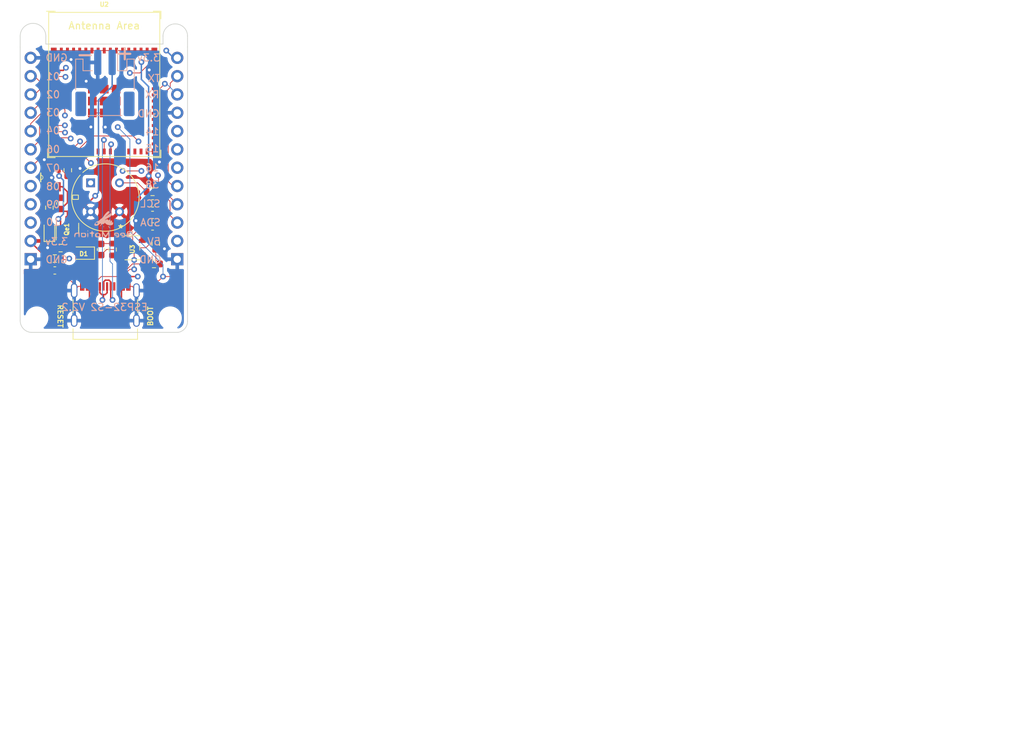
<source format=kicad_pcb>
(kicad_pcb (version 20211014) (generator pcbnew)
  (layers (0 "F.Cu" signal) (1 "In1.Cu" signal) (2 "In2.Cu" signal) (31 "B.Cu" signal) (34 "B.Paste" user) (35 "F.Paste" user) (36 "B.SilkS" user "B.Silkscreen") (37 "F.SilkS" user "F.Silkscreen") (38 "B.Mask" user) (39 "F.Mask" user) (44 "Edge.Cuts" user))
  (net 0 "")
  (net 1 "GND")
  (net 2 "VBUS")
  (net 3 "/D-")
  (net 4 "/D+")
  (net 5 "/BOOT")
  (net 6 "/RESET")
  (net 7 "3.3V")
  (net 8 "/EN")
  (net 9 "/TX")
  (net 10 "/RX")
  (net 11 "/IO1")
  (net 13 "/IO2")
  (net 14 "/SDA")
  (net 15 "/SCL")
  (net 17 "/IO34_DBLTAP")
  (net 18 "/GPIO5")
  (net 23 "Net-(R3-Pad2)")
  (net 33 "VBAT")
  (net 34 "Net-(D2-Pad2)")
  (net 35 "Net-(R5-Pad2)")
  (net 36 "Net-(R6-Pad1)")
  (net 37 "/IO12")
  (net 38 "/IO11")
  (net 39 "/IO10")
  (net 40 "/GPIO9")
  (net 41 "/GPIO8")
  (net 42 "/GPIO7")
  (net 43 "/GPIO6")
  (net 44 "/IO33")
  (net 45 "/IO35")
  (net 46 "/IO4")
  (net 47 "/IO3")
  (net 48 "/IO38")
  (net 49 "/IO16")
  (net 50 "/IO15")
  (net 51 "/IO14")
  (net 52 "/IO13")
  (net 53 "Net-(J2-PadA5)")
  (net 54 "Net-(J2-PadB5)")
  (net 55 "/VIN")
  (footprint "MountingHole:MountingHole_2.2mm_M2" (layer "F.Cu") (at 155.05 94.6)
    (fp_text reference "REF**" hide)
    (fp_text value "MountingHole_2.2mm_M2" hide)
  )
  (footprint "Capacitor_SMD:C_0603_1608Metric" (layer "F.Cu") (at 151.85 119.3 180)
    (fp_text reference "C5" hide)
    (fp_text value "10µF")
  )
  (footprint "Resistor_SMD:R_0603_1608Metric" (layer "F.Cu") (at 139.1 123.9)
    (fp_text reference "R2" hide)
    (fp_text value "100K")
  )
  (footprint "User:TSA343G0 BTN" (layer "F.Cu") (at 150.375 120.85 180)
    (fp_text reference "SW2" hide)
    (fp_text value "TSA343g00-250DZ" hide)
  )
  (footprint "Capacitor_SMD:C_0603_1608Metric" (layer "F.Cu") (at 144.7 124.1 -90)
    (fp_text reference "C3" hide)
    (fp_text value "10µF")
  )
  (footprint "Resistor_SMD:R_0603_1608Metric" (layer "F.Cu") (at 138.3 125.35 180)
    (fp_text reference "R1" hide)
    (fp_text value "5.1K")
  )
  (footprint "Capacitor_SMD:C_0603_1608Metric" (layer "F.Cu") (at 139.05 117.7 90)
    (fp_text reference "C6" hide)
    (fp_text value "10µF" hide)
  )
  (footprint "Connector_PinHeader_2.54mm:PinHeader_1x12_P2.54mm_Vertical" (layer "F.Cu") (at 155.275 125.45 180)
    (fp_text reference "J3" hide)
    (fp_text value "Conn_01x04_Female" hide)
  )
  (footprint "0_user:RT9080-33GJ5" (layer "F.Cu") (at 149.05 123.85)
    (fp_text reference "U3")
    (fp_text value "RT9080-33GJ5" hide)
  )
  (footprint "Resistor_SMD:R_0603_1608Metric" (layer "F.Cu") (at 140.1 113.1 90)
    (fp_text reference "R6" hide)
    (fp_text value "5.1K")
  )
  (footprint "Connector_USB:USB_C_Receptacle_Palconn_UTC16-G" (layer "F.Cu") (at 145.3 131.725)
    (fp_text reference "J2" hide)
    (fp_text value "USB_C_Receptacle_USB2.0" hide)
  )
  (footprint "Capacitor_SMD:C_0603_1608Metric" (layer "F.Cu") (at 151.85 117.7 180)
    (fp_text reference "C4" hide)
    (fp_text value "10µF")
  )
  (footprint "Diode_SMD:D_SOD-323" (layer "F.Cu") (at 142.3 124.6 180)
    (fp_text reference "D1")
    (fp_text value "SK54A-LTP")
  )
  (footprint "MountingHole:MountingHole_2.2mm_M2" (layer "F.Cu") (at 154.3 133.6)
    (fp_text reference "REF**" hide)
    (fp_text value "MountingHole_2.2mm_M2" hide)
  )
  (footprint "Resistor_SMD:R_0603_1608Metric" (layer "F.Cu") (at 137.55 118.3 90)
    (fp_text reference "R5" hide)
    (fp_text value "5.1K")
  )
  (footprint "User:TSA343G0 BTN" (layer "F.Cu") (at 133.875 120.925 180)
    (fp_text reference "SW1" hide)
    (fp_text value "TSA343g00-250DZ" hide)
  )
  (footprint "Resistor_SMD:R_0603_1608Metric" (layer "F.Cu") (at 151.85 116.1 180)
    (fp_text reference "R3" hide)
    (fp_text value "10k")
  )
  (footprint "User:4666" (layer "F.Cu") (at 142.7665 114.35)
    (fp_text reference "U1" hide)
    (fp_text value "BS412" hide)
  )
  (footprint "Resistor_SMD:R_0603_1608Metric" (layer "F.Cu") (at 146.3 124.1 90)
    (fp_text reference "R4" hide)
    (fp_text value "100K" hide)
  )
  (footprint "Resistor_SMD:R_0603_1608Metric" (layer "F.Cu") (at 152.05 126.1)
    (fp_text reference "R8" hide)
    (fp_text value "5.1K")
  )
  (footprint "Espressif:ESP32-S2-MINI-1" (layer "F.Cu") (at 145.15 103.5)
    (fp_text reference "U2")
    (fp_text value "ESP32-S2-MINI-1")
  )
  (footprint "Resistor_SMD:R_0603_1608Metric" (layer "F.Cu") (at 152.3 123.3 -90)
    (fp_text reference "R7" hide)
    (fp_text value "5.1K")
  )
  (footprint "MountingHole:MountingHole_2.2mm_M2" (layer "F.Cu") (at 135.3 94.6)
    (fp_text reference "REF**" hide)
    (fp_text value "MountingHole_2.2mm_M2" hide)
  )
  (footprint "MountingHole:MountingHole_2.2mm_M2" (layer "F.Cu") (at 135.8 133.6)
    (fp_text reference "REF**" hide)
    (fp_text value "MountingHole_2.2mm_M2" hide)
  )
  (footprint "Capacitor_SMD:C_0603_1608Metric" (layer "F.Cu") (at 138.3 127)
    (fp_text reference "C2" hide)
    (fp_text value "1µF")
  )
  (footprint "0_user:mcp7831t" (layer "F.Cu") (at 137.9 114.1 90)
    (fp_text reference "U5" hide)
    (fp_text value "MCP73831T-2ACI/OT" hide)
  )
  (footprint "Connector_PinHeader_2.54mm:PinHeader_1x12_P2.54mm_Vertical" (layer "F.Cu") (at 134.95 125.45 180)
    (fp_text reference "J1" hide)
    (fp_text value "Conn_01x04_Female" hide)
  )
  (footprint "Package_TO_SOT_SMD:SOT-23" (layer "F.Cu") (at 140.05 121.1 90)
    (fp_text reference "Qe1")
    (fp_text value "DMP2045UQ-7")
  )
  (footprint "LED_SMD:LED_0603_1608Metric" (layer "F.Cu") (at 137.55 121.5 90)
    (fp_text reference "D2" hide)
    (fp_text value "0603_LED")
  )
  (footprint "Capacitor_SMD:C_0603_1608Metric" (layer "F.Cu") (at 151.85 120.9 180)
    (fp_text reference "C7" hide)
    (fp_text value "10µF")
  )
  (footprint "Graphics:Bee Motion" (layer "B.Cu") (at 145.050001 121.446904 180)
    (fp_text reference "G***" hide)
    (fp_text value "LOGO" hide)
  )
  (footprint "Connector_JST:JST_PH_S2B-PH-SM4-TB_1x02-1MP_P2.00mm_Horizontal" (layer "B.Cu") (at 145.25 101 180)
    (fp_text reference "X1" hide)
    (fp_text value "JSTPH" hide)
  )
  (gr_line (start 133.5 96) (end 133.5 133.918312) (layer "Edge.Cuts") (width 0.1))
  (gr_arc (start 133.5 94.5) (mid 135.275 92.725) (end 137.05 94.5) (layer "Edge.Cuts") (width 0.1))
  (gr_line (start 135.05 135.6) (end 155.3 135.6) (layer "Edge.Cuts") (width 0.1))
  (gr_arc (start 156.7 134.077472) (mid 156.293126 135.108273) (end 155.3 135.6) (layer "Edge.Cuts") (width 0.1))
  (gr_line (start 133.5 96) (end 133.5 94.5) (layer "Edge.Cuts") (width 0.1))
  (gr_line (start 156.7 134.077472) (end 156.7 96) (layer "Edge.Cuts") (width 0.1))
  (gr_arc (start 135.05 135.6) (mid 133.932587 135.074756) (end 133.5 133.918312) (layer "Edge.Cuts") (width 0.1))
  (gr_line (start 153.3 95.6) (end 153.3 94.5) (layer "Edge.Cuts") (width 0.1))
  (gr_line (start 153.3 95.6) (end 137.05 95.6) (layer "Edge.Cuts") (width 0.1))
  (gr_line (start 137.05 94.5) (end 137.05 95.6) (layer "Edge.Cuts") (width 0.1))
  (gr_line (start 156.7 94.5) (end 156.7 96) (layer "Edge.Cuts") (width 0.1))
  (gr_arc (start 153.3 94.5) (mid 155 92.8) (end 156.7 94.5) (layer "Edge.Cuts") (width 0.1))
  (gr_text "01" (at 138.05 100.1) (layer "B.SilkS") (effects (font (size 1 1)) (justify mirror)))
  (gr_text "02" (at 138.05 102.6) (layer "B.SilkS") (effects (font (size 1 1)) (justify mirror)))
  (gr_text "SCL" (at 151.55 117.75) (layer "B.SilkS") (effects (font (size 1 1)) (justify mirror)))
  (gr_text "GND" (at 138.55 125.5) (layer "B.SilkS") (effects (font (size 1 1)) (justify mirror)))
  (gr_text "5V" (at 152.05 123) (layer "B.SilkS") (effects (font (size 1 1)) (justify mirror)))
  (gr_text "TX" (at 152.05 100.35) (layer "B.SilkS") (effects (font (size 1 1)) (justify mirror)))
  (gr_text "ESP32-S2 V2.2" (at 145.2 132.1) (layer "B.SilkS") (effects (font (size 1 1)) (justify mirror)))
  (gr_text "15" (at 151.8 110.1) (layer "B.SilkS") (effects (font (size 1 1)) (justify mirror)))
  (gr_text "03" (at 138.05 105.1) (layer "B.SilkS") (effects (font (size 1 1)) (justify mirror)))
  (gr_text "38" (at 151.8 115.1) (layer "B.SilkS") (effects (font (size 1 1)) (justify mirror)))
  (gr_text "04" (at 138.05 107.6) (layer "B.SilkS") (effects (font (size 1 1)) (justify mirror)))
  (gr_text "GND" (at 138.55 97.5) (layer "B.SilkS") (effects (font (size 1 1)) (justify mirror)))
  (gr_text "3.3v" (at 138.55 123) (layer "B.SilkS") (effects (font (size 1 1)) (justify mirror)))
  (gr_text "08" (at 138.05 115.35) (layer "B.SilkS") (effects (font (size 1 1)) (justify mirror)))
  (gr_text "SDA" (at 151.55 120.35) (layer "B.SilkS") (effects (font (size 1 1)) (justify mirror)))
  (gr_text "GND" (at 151.3 105.25) (layer "B.SilkS") (effects (font (size 1 1)) (justify mirror)))
  (gr_text "3.3v" (at 151.3 97.5) (layer "B.SilkS") (effects (font (size 1 1)) (justify mirror)))
  (gr_text "-" (at 142.5 97) (layer "B.SilkS") (effects (font (size 2 2) (thickness 0.3))))
  (gr_text "GND" (at 151.55 125.5) (layer "B.SilkS") (effects (font (size 1 1)) (justify mirror)))
  (gr_text "09" (at 138.05 117.85) (layer "B.SilkS") (effects (font (size 1 1)) (justify mirror)))
  (gr_text "14" (at 151.8 107.75) (layer "B.SilkS") (effects (font (size 1 1)) (justify mirror)))
  (gr_text "+" (at 148 96.8) (layer "B.SilkS") (effects (font (size 2 2) (thickness 0.3))))
  (gr_text "10" (at 138.05 120.3) (layer "B.SilkS") (effects (font (size 1 1)) (justify mirror)))
  (gr_text "16" (at 151.8 112.75) (layer "B.SilkS") (effects (font (size 1 1)) (justify mirror)))
  (gr_text "06" (at 138.05 110.2) (layer "B.SilkS") (effects (font (size 1 1)) (justify mirror)))
  (gr_text "07" (at 138.05 112.8) (layer "B.SilkS") (effects (font (size 1 1)) (justify mirror)))
  (gr_text "RX" (at 151.8 102.6) (layer "B.SilkS") (effects (font (size 1 1)) (justify mirror)))
  (gr_text "BOOT" (at 151.55 133.35 90) (layer "F.SilkS") (effects (font (size 0.7 0.7))))
  (gr_text "RESET" (at 139.05 133.35 270) (layer "F.SilkS") (effects (font (size 0.7 0.7))))
  (segment (start 141.225 112.275) (end 140.1 112.275) (width 0.1) (layer "F.Cu") (net 1))
  (segment (start 151.1 110.5) (end 152.15 110.5) (width 0.1) (layer "F.Cu") (net 1))
  (segment (start 140.98 128.905) (end 140.98 129.795) (width 0.1) (layer "F.Cu") (net 1))
  (segment (start 149.1 123.3) (end 148.55 123.85) (width 0.1) (layer "F.Cu") (net 1))
  (segment (start 151.85 99.65) (end 152.25 99.65) (width 0.1) (layer "F.Cu") (net 1))
  (segment (start 138.15 96.5) (end 138.15 98.4) (width 0.1) (layer "F.Cu") (net 1))
  (segment (start 151.388556 99.188556) (end 151.85 99.65) (width 0.1) (layer "F.Cu") (net 1))
  (segment (start 138.8 97.75) (end 138.15 98.4) (width 0.1) (layer "F.Cu") (net 1))
  (segment (start 146.8 101.85) (end 146.8 105.15) (width 0.1) (layer "F.Cu") (net 1))
  (segment (start 152.3 124.125) (end 153.375 124.125) (width 0.1) (layer "F.Cu") (net 1))
  (segment (start 137.35 123.9) (end 138.275 123.9) (width 0.1) (layer "F.Cu") (net 1))
  (segment (start 151.075 120.9) (end 151.075 117.7) (width 0.1) (layer "F.Cu") (net 1))
  (segment (start 138.875 133.175) (end 139.665 133.965) (width 0.1) (layer "F.Cu") (net 1))
  (segment (start 143.5 103.5) (end 146.8 103.5) (width 0.1) (layer "F.Cu") (net 1))
  (segment (start 147.72205 123.8) (end 147.67205 123.85) (width 0.1) (layer "F.Cu") (net 1))
  (segment (start 137.9 114.2) (end 137.838556 114.138556) (width 0.1) (layer "F.Cu") (net 1))
  (segment (start 147.42205 124.1) (end 147.67205 123.85) (width 0.1) (layer "F.Cu") (net 1))
  (segment (start 138.875 130.925) (end 138.875 133.175) (width 0.1) (layer "F.Cu") (net 1))
  (segment (start 152.3 125.525) (end 152.875 126.1) (width 0.1) (layer "F.Cu") (net 1))
  (segment (start 144.7 124.875) (end 145.475 124.1) (width 0.1) (layer "F.Cu") (net 1))
  (segment (start 146.8 105.15) (end 143.5 105.15) (width 0.1) (layer "F.Cu") (net 1))
  (segment (start 151.5434 130.85) (end 155.375 130.85) (width 0.1) (layer "F.Cu") (net 1))
  (segment (start 137.3 123.85) (end 137.35 123.9) (width 0.1) (layer "F.Cu") (net 1))
  (segment (start 152.3 124.125) (end 152.3 125.525) (width 0.1) (layer "F.Cu") (net 1))
  (segment (start 143.5 101.85) (end 143.5 101.6) (width 0.1) (layer "F.Cu") (net 1))
  (segment (start 139.075 127) (end 140.98 128.905) (width 0.1) (layer "F.Cu") (net 1))
  (segment (start 152.15 100.1) (end 152.25 100) (width 0.1) (layer "F.Cu") (net 1))
  (segment (start 149.1 122.133478) (end 149.1 123.3) (width 0.1) (layer "F.Cu") (net 1))
  (segment (start 137.9 115.3954) (end 137.9 114.2) (width 0.1) (layer "F.Cu") (net 1))
  (segment (start 152.15 111.3) (end 152.8 111.95) (width 0.1) (layer "F.Cu") (net 1))
  (segment (start 151.5434 132.8566) (end 150.435 133.965) (width 0.1) (layer "F.Cu") (net 1))
  (segment (start 143.5 105.15) (end 143.5 101.85) (width 0.1) (layer "F.Cu") (net 1))
  (segment (start 141.56 129.215) (end 142.1 129.215) (width 0.1) (layer "F.Cu") (net 1))
  (segment (start 139.665 133.965) (end 140.98 133.965) (width 0.1) (layer "F.Cu") (net 1))
  (segment (start 152.25 99.65) (end 152.25 99.35) (width 0.1) (layer "F.Cu") (net 1))
  (segment (start 143.5 101.85) (end 146.8 101.85) (width 0.1) (layer "F.Cu") (net 1))
  (segment (start 150.435 133.965) (end 149.62 133.965) (width 0.1) (layer "F.Cu") (net 1))
  (segment (start 152.1 96.5) (end 138.15 96.5) (width 0.1) (layer "F.Cu") (net 1))
  (segment (start 145.475 124.1) (end 147.42205 124.1) (width 0.1) (layer "F.Cu") (net 1))
  (segment (start 139.05 116.925) (end 137.9 115.775) (width 0.1) (layer "F.Cu") (net 1))
  (segment (start 140.98 129.795) (end 141.56 129.215) (width 0.1) (layer "F.Cu") (net 1))
  (segment (start 140.55 97.75) (end 138.8 97.75) (width 0.1) (layer "F.Cu") (net 1))
  (segment (start 152.25 100) (end 152.25 99.65) (width 0.1) (layer "F.Cu") (net 1))
  (segment (start 137.9 115.775) (end 137.9 115.3954) (width 0.1) (layer "F.Cu") (net 1))
  (segment (start 151.075 120.9) (end 150.333478 120.9) (width 0.1) (layer "F.Cu") (net 1))
  (segment (start 151.075 119.3) (end 150.35 119.3) (width 0.1) (layer "F.Cu") (net 1))
  (segment (start 152.15 110.5) (end 152.15 111.3) (width 0.1) (layer "F.Cu") (net 1))
  (segment (start 150.35 119.3) (end 149.55 120.1) (width 0.1) (layer "F.Cu") (net 1))
  (segment (start 152.25 99.35) (end 152.15 99.25) (width 0.1) (layer "F.Cu") (net 1))
  (segment (start 151.5434 130.85) (end 151.5434 132.8566) (width 0.1) (layer "F.Cu") (net 1))
  (segment (start 149.04 129.215) (end 149.62 129.795) (width 0.1) (layer "F.Cu") (net 1))
  (segment (start 137.977112 110.5) (end 138.15 110.5) (width 0.1) (layer "F.Cu") (net 1))
  (segment (start 136.838556 111.638556) (end 137.977112 110.5) (width 0.1) (layer "F.Cu") (net 1))
  (segment (start 153.375 124.125) (end 153.5 124) (width 0.1) (layer "F.Cu") (net 1))
  (segment (start 135.0434 130.925) (end 138.875 130.925) (width 0.1) (layer "F.Cu") (net 1))
  (segment (start 148.5 129.215) (end 149.04 129.215) (width 0.1) (layer "F.Cu") (net 1))
  (segment (start 150.333478 120.9) (end 149.1 122.133478) (width 0.1) (layer "F.Cu") (net 1))
  (segment (start 148.55 123.85) (end 147.67205 123.85) (width 0.1) (layer "F.Cu") (net 1))
  (segment (start 141.8 112.85) (end 141.225 112.275) (width 0.1) (layer "F.Cu") (net 1))
  (segment (start 143.5 101.6) (end 142.65 100.75) (width 0.1) (layer "F.Cu") (net 1))
  (via (at 136.838556 111.638556) (size 0.8) (drill 0.4) (layers "F.Cu" "B.Cu") (net 1))
  (via (at 152.8 111.95) (size 0.8) (drill 0.4) (layers "F.Cu" "B.Cu") (net 1))
  (via (at 143.3 107.1) (size 0.8) (drill 0.4) (layers "F.Cu" "B.Cu") (net 1))
  (via (at 137.3 123.85) (size 0.8) (drill 0.4) (layers "F.Cu" "B.Cu") (net 1))
  (via (at 145.3 107.1205) (size 0.8) (drill 0.4) (layers "F.Cu" "B.Cu") (net 1))
  (via (at 140.55 97.75) (size 0.8) (drill 0.4) (layers "F.Cu" "B.Cu") (net 1))
  (via (at 149.55 120.1) (size 0.8) (drill 0.4) (layers "F.Cu" "B.Cu") (net 1))
  (via (at 142.65 100.75) (size 0.8) (drill 0.4) (layers "F.Cu" "B.Cu") (net 1))
  (via (at 151.388556 99.188556) (size 0.8) (drill 0.4) (layers "F.Cu" "B.Cu") (net 1))
  (via (at 137.838556 114.138556) (size 0.8) (drill 0.4) (layers "F.Cu" "B.Cu") (net 1))
  (via (at 153.5 124) (size 0.8) (drill 0.4) (layers "F.Cu" "B.Cu") (net 1))
  (via (at 141.8 112.85) (size 0.8) (drill 0.4) (layers "F.Cu" "B.Cu") (net 1))
  (segment (start 149.55 120.1) (end 153.45 124) (width 0.1) (layer "B.Cu") (net 1))
  (segment (start 153.45 124) (end 153.5 124) (width 0.1) (layer "B.Cu") (net 1))
  (segment (start 139.925 123.9) (end 139.925 123.725) (width 0.2) (layer "F.Cu") (net 2))
  (segment (start 140.55 123.9) (end 139.925 123.9) (width 0.2) (layer "F.Cu") (net 2))
  (segment (start 143.059521 129.609521) (end 143.059521 127.249521) (width 0.2) (layer "F.Cu") (net 2))
  (segment (start 137.8 122.0375) (end 137.55 122.2875) (width 0.2) (layer "F.Cu") (net 2))
  (segment (start 138.8 119.85) (end 139.1 120.15) (width 0.2) (layer "F.Cu") (net 2))
  (segment (start 143.100489 129.415489) (end 143.100489 131.150489) (width 0.2) (layer "F.Cu") (net 2))
  (segment (start 146.8 132.1) (end 147.540479 131.359521) (width 0.2) (layer "F.Cu") (net 2))
  (segment (start 148.285 127.85) (end 149.8 127.85) (width 0.2) (layer "F.Cu") (net 2))
  (segment (start 142.9 129.215) (end 143.100489 129.415489) (width 0.2) (layer "F.Cu") (net 2))
  (segment (start 147.7 128.435) (end 148.285 127.85) (width 0.2) (layer "F.Cu") (net 2))
  (segment (start 143.059521 127.249521) (end 141.25 125.44) (width 0.2) (layer "F.Cu") (net 2))
  (segment (start 143.100489 131.150489) (end 144.05 132.1) (width 0.2) (layer "F.Cu") (net 2))
  (segment (start 138.8398 112.8046) (end 138.8398 113.8398) (width 0.2) (layer "F.Cu") (net 2))
  (segment (start 139.1 120.15) (end 139.1 122.0375) (width 0.2) (layer "F.Cu") (net 2))
  (segment (start 139.1 122.9) (end 139.1 122.0375) (width 0.2) (layer "F.Cu") (net 2))
  (segment (start 141.25 125.44) (end 141.25 124.6) (width 0.2) (layer "F.Cu") (net 2))
  (segment (start 147.540479 129.374521) (end 147.7 129.215) (width 0.2) (layer "F.Cu") (net 2))
  (segment (start 139.925 123.725) (end 139.1 122.9) (width 0.2) (layer "F.Cu") (net 2))
  (segment (start 139.1 122.0375) (end 137.8 122.0375) (width 0.2) (layer "F.Cu") (net 2))
  (segment (start 141.25 124.6) (end 140.55 123.9) (width 0.2) (layer "F.Cu") (net 2))
  (segment (start 138.8398 113.8398) (end 138.9 113.9) (width 0.2) (layer "F.Cu") (net 2))
  (segment (start 147.540479 131.359521) (end 147.540479 129.374521) (width 0.2) (layer "F.Cu") (net 2))
  (segment (start 144.05 132.1) (end 146.8 132.1) (width 0.2) (layer "F.Cu") (net 2))
  (segment (start 147.7 129.215) (end 147.7 128.435) (width 0.2) (layer "F.Cu") (net 2))
  (via (at 138.9 113.9) (size 0.8) (drill 0.4) (layers "F.Cu" "B.Cu") (net 2))
  (via (at 149.8 127.85) (size 0.8) (drill 0.4) (layers "F.Cu" "B.Cu") (net 2))
  (via (at 138.8 119.85) (size 0.8) (drill 0.4) (layers "F.Cu" "B.Cu") (net 2))
  (segment (start 138.8 119.85) (end 139.5 119.15) (width 0.2) (layer "B.Cu") (net 2))
  (segment (start 139.5 114.5) (end 138.9 113.9) (width 0.2) (layer "B.Cu") (net 2))
  (segment (start 139.5 119.15) (end 139.5 114.5) (width 0.2) (layer "B.Cu") (net 2))
  (segment (start 145.15 108.95) (end 145.1 108.9) (width 0.1) (layer "F.Cu") (net 3))
  (segment (start 145.05 130.95) (end 144.9 131.1) (width 0.2) (layer "F.Cu") (net 3))
  (segment (start 144.8 130.35) (end 145.05 130.35) (width 0.2) (layer "F.Cu") (net 3))
  (segment (start 144.9 131.1) (end 144.750489 130.950489) (width 0.1) (layer "F.Cu") (net 3))
  (segment (start 144.55 130.1) (end 144.8 130.35) (width 0.2) (layer "F.Cu") (net 3))
  (segment (start 145.05 130.35) (end 145.05 130.95) (width 0.2) (layer "F.Cu") (net 3))
  (segment (start 144.55 129.215) (end 144.55 130.1) (width 0.2) (layer "F.Cu") (net 3))
  (segment (start 145.15 110.5) (end 145.15 108.95) (width 0.1) (layer "F.Cu") (net 3))
  (segment (start 145.55 130.1) (end 145.55 129.215) (width 0.2) (layer "F.Cu") (net 3))
  (segment (start 145.3 130.35) (end 145.55 130.1) (width 0.2) (layer "F.Cu") (net 3))
  (segment (start 145.05 130.35) (end 145.3 130.35) (width 0.2) (layer "F.Cu") (net 3))
  (via (at 144.9 131.1) (size 0.8) (drill 0.4) (layers "F.Cu" "B.Cu") (net 3))
  (via (at 145.1 108.9) (size 0.8) (drill 0.4) (layers "F.Cu" "B.Cu") (net 3))
  (segment (start 144.9 131.1) (end 144.9 109.1) (width 0.1) (layer "B.Cu") (net 3))
  (segment (start 144.9 109.1) (end 145.1 108.9) (width 0.1) (layer "B.Cu") (net 3))
  (segment (start 146.05 129.215) (end 146.05 130.85) (width 0.2) (layer "F.Cu") (net 4))
  (segment (start 145.05 129.215) (end 145.05 128.6) (width 0.2) (layer "F.Cu") (net 4))
  (segment (start 145.05 128.6) (end 145.3 128.35) (width 0.2) (layer "F.Cu") (net 4))
  (segment (start 146.05 130.85) (end 146.3 131.1) (width 0.2) (layer "F.Cu") (net 4))
  (segment (start 146.05 128.585978) (end 146.05 129.215) (width 0.2) (layer "F.Cu") (net 4))
  (segment (start 146.1 110.4) (end 146.1 109.5) (width 0.1) (layer "F.Cu") (net 4))
  (segment (start 145.3 128.35) (end 145.814022 128.35) (width 0.2) (layer "F.Cu") (net 4))
  (segment (start 146 110.5) (end 146.1 110.4) (width 0.1) (layer "F.Cu") (net 4))
  (segment (start 145.814022 128.35) (end 146.05 128.585978) (width 0.2) (layer "F.Cu") (net 4))
  (via (at 146.1 109.5) (size 0.8) (drill 0.4) (layers "F.Cu" "B.Cu") (net 4))
  (via (at 146.3 131.1) (size 0.8) (drill 0.4) (layers "F.Cu" "B.Cu") (net 4))
  (segment (start 145.95 109.65) (end 146.1 109.5) (width 0.1) (layer "B.Cu") (net 4))
  (segment (start 146.3 126.1) (end 145.95 125.75) (width 0.1) (layer "B.Cu") (net 4))
  (segment (start 145.95 125.75) (end 145.95 109.65) (width 0.1) (layer "B.Cu") (net 4))
  (segment (start 146.3 131.1) (end 146.3 126.1) (width 0.1) (layer "B.Cu") (net 4))
  (segment (start 152.7308 128.4192) (end 151.5434 128.4192) (width 0.1) (layer "F.Cu") (net 5))
  (segment (start 139.725 100.1) (end 138.15 100.1) (width 0.1) (layer "F.Cu") (net 5))
  (segment (start 139.775 100.15) (end 139.725 100.1) (width 0.1) (layer "F.Cu") (net 5))
  (segment (start 153.3 127.85) (end 152.7308 128.4192) (width 0.1) (layer "F.Cu") (net 5))
  (segment (start 154.7842 127.85) (end 155.3534 128.4192) (width 0.1) (layer "F.Cu") (net 5))
  (segment (start 153.3 127.85) (end 154.7842 127.85) (width 0.1) (layer "F.Cu") (net 5))
  (via (at 139.775 100.15) (size 0.8) (drill 0.4) (layers "F.Cu" "B.Cu") (net 5))
  (via (at 147.025 107.1205) (size 0.8) (drill 0.4) (layers "F.Cu" "B.Cu") (net 5))
  (via (at 153.3 127.85) (size 0.8) (drill 0.4) (layers "F.Cu" "B.Cu") (net 5))
  (segment (start 153.3 127.85) (end 153.3 126.208468) (width 0.1) (layer "B.Cu") (net 5))
  (segment (start 148.705611 121.614079) (end 148.705611 108.801111) (width 0.1) (layer "B.Cu") (net 5))
  (segment (start 148.705611 108.801111) (end 147.025 107.1205) (width 0.1) (layer "B.Cu") (net 5))
  (segment (start 153.3 126.208468) (end 148.705611 121.614079) (width 0.1) (layer "B.Cu") (net 5))
  (segment (start 139.075 128.325) (end 138.625 128.775) (width 0.1) (layer "F.Cu") (net 6))
  (segment (start 136.0308 128.4942) (end 135.0434 128.4942) (width 0.1) (layer "F.Cu") (net 6))
  (segment (start 137.525 127) (end 136.0308 128.4942) (width 0.1) (layer "F.Cu") (net 6))
  (segment (start 140.3 125.35) (end 140.15 125.5) (width 0.1) (layer "F.Cu") (net 6))
  (segment (start 140.15 125.5) (end 139.125 125.5) (width 0.1) (layer "F.Cu") (net 6))
  (segment (start 150.1 99.6) (end 148.7 99.6) (width 0.1) (layer "F.Cu") (net 6))
  (segment (start 152.15 97.55) (end 150.1 99.6) (width 0.1) (layer "F.Cu") (net 6))
  (segment (start 137.625 127) (end 137.525 127) (width 0.1) (layer "F.Cu") (net 6))
  (segment (start 139.125 125.5) (end 137.625 127) (width 0.1) (layer "F.Cu") (net 6))
  (segment (start 137.525 127) (end 137.525 127.1658) (width 0.1) (layer "F.Cu") (net 6))
  (segment (start 137.525 127.1658) (end 138.8534 128.4942) (width 0.1) (layer "F.Cu") (net 6))
  (via (at 148.7 99.6) (size 0.8) (drill 0.4) (layers "F.Cu" "B.Cu") (net 6))
  (via (at 140.3 125.35) (size 0.8) (drill 0.4) (layers "F.Cu" "B.Cu") (net 6))
  (segment (start 151.9 114.5) (end 151.9 117.1) (width 0.2) (layer "F.Cu") (net 7))
  (segment (start 152.5 117.7) (end 152.625 117.7) (width 0.2) (layer "F.Cu") (net 7))
  (segment (start 139.467261 99.25) (end 139.834476 98.882785) (width 0.2) (layer "F.Cu") (net 7))
  (segment (start 150.42795 122.9102) (end 150.42795 122.88645) (width 0.2) (layer "F.Cu") (net 7))
  (segment (start 137.475 125.5) (end 137.393584 125.5) (width 0.2) (layer "F.Cu") (net 7))
  (segment (start 137.475 125.5) (end 137.475 125.505) (width 0.2) (layer "F.Cu") (net 7))
  (segment (start 152.4144 120.9) (end 152.625 120.9) (width 0.2) (layer "F.Cu") (net 7))
  (segment (start 138.15 99.25) (end 139.467261 99.25) (width 0.2) (layer "F.Cu") (net 7))
  (segment (start 151.3 113.9) (end 151.9 114.5) (width 0.2) (layer "F.Cu") (net 7))
  (segment (start 137.393584 125.5) (end 134.95 123.056416) (width 0.2) (layer "F.Cu") (net 7))
  (segment (start 134.95 123.056416) (end 134.95 122.91) (width 0.2) (layer "F.Cu") (net 7))
  (segment (start 150.42795 122.88645) (end 152.4144 120.9) (width 0.2) (layer "F.Cu") (net 7))
  (segment (start 151.9 117.1) (end 152.5 117.7) (width 0.2) (layer "F.Cu") (net 7))
  (via (at 150.3 98.1) (size 0.8) (drill 0.4) (layers "F.Cu" "B.Cu") (net 7))
  (via (at 153.75 96.5) (size 0.8) (drill 0.4) (layers "F.Cu" "B.Cu") (net 7))
  (via (at 139.834476 98.882785) (size 0.8) (drill 0.4) (layers "F.Cu" "B.Cu") (net 7))
  (via (at 151.3 113.9) (size 0.8) (drill 0.4) (layers "F.Cu" "B.Cu") (net 7))
  (segment (start 151.3 101.5) (end 150.3 100.5) (width 0.2) (layer "B.Cu") (net 7))
  (segment (start 153.75 96.5) (end 154.71 97.46) (width 0.2) (layer "B.Cu") (net 7))
  (segment (start 150.3 100.5) (end 150.3 98.1) (width 0.2) (layer "B.Cu") (net 7))
  (segment (start 151.3 115.3495) (end 151.3 113.9) (width 0.2) (layer "B.Cu") (net 7))
  (segment (start 149.8 116.8495) (end 151.3 115.3495) (width 0.2) (layer "B.Cu") (net 7))
  (segment (start 154.71 97.46) (end 155.3 97.46) (width 0.2) (layer "B.Cu") (net 7))
  (segment (start 151.3 113.9) (end 151.3 101.5) (width 0.2) (layer "B.Cu") (net 7))
  (segment (start 146.4352 124.7898) (end 146.3 124.925) (width 0.1) (layer "F.Cu") (net 8))
  (segment (start 147.67205 124.7898) (end 146.4352 124.7898) (width 0.1) (layer "F.Cu") (net 8))
  (segment (start 152.15 102.65) (end 153.25 102.65) (width 0.1) (layer "F.Cu") (net 9))
  (segment (start 153.25 102.65) (end 154.3 101.6) (width 0.1) (layer "F.Cu") (net 9))
  (segment (start 154.3 101.6) (end 154.3 101.025) (width 0.1) (layer "F.Cu") (net 9))
  (segment (start 154.3 101.025) (end 155.275 100.05) (width 0.1) (layer "F.Cu") (net 9))
  (segment (start 155.19 102.65) (end 155.3 102.54) (width 0.1) (layer "F.Cu") (net 10))
  (segment (start 152.85 101.8) (end 153.55 101.1) (width 0.1) (layer "F.Cu") (net 10))
  (segment (start 152.15 101.8) (end 152.85 101.8) (width 0.1) (layer "F.Cu") (net 10))
  (via (at 153.55 101.1) (size 0.8) (drill 0.4) (layers "F.Cu" "B.Cu") (net 10))
  (segment (start 153.785 101.1) (end 155.275 102.59) (width 0.1) (layer "B.Cu") (net 10))
  (segment (start 153.55 101.1) (end 153.785 101.1) (width 0.1) (layer "B.Cu") (net 10))
  (segment (start 136.375 100.95) (end 135.5 100.075) (width 0.1) (layer "F.Cu") (net 11))
  (segment (start 138.15 100.95) (end 136.375 100.95) (width 0.1) (layer "F.Cu") (net 11))
  (segment (start 138.15 101.8) (end 136.315 101.8) (width 0.1) (layer "F.Cu") (net 13))
  (segment (start 136.315 101.8) (end 135.5 102.615) (width 0.1) (layer "F.Cu") (net 13))
  (segment (start 153.6 109.382164) (end 153.6 116.740499) (width 0.1) (layer "F.Cu") (net 14))
  (segment (start 152.817836 108.6) (end 153.6 109.382164) (width 0.1) (layer "F.Cu") (net 14))
  (segment (start 154.275489 117.415988) (end 154.275489 119.370489) (width 0.1) (layer "F.Cu") (net 14))
  (segment (start 154.275489 119.370489) (end 155.275 120.37) (width 0.1) (layer "F.Cu") (net 14))
  (segment (start 152.15 108.6) (end 152.817836 108.6) (width 0.1) (layer "F.Cu") (net 14))
  (segment (start 153.6 116.740499) (end 154.275489 117.415988) (width 0.1) (layer "F.Cu") (net 14))
  (segment (start 153.82548 116.38048) (end 155.275 117.83) (width 0.1) (layer "F.Cu") (net 15))
  (segment (start 153.82548 108.82548) (end 153.82548 116.38048) (width 0.1) (layer "F.Cu") (net 15))
  (segment (start 152.75 107.75) (end 153.82548 108.82548) (width 0.1) (layer "F.Cu") (net 15))
  (segment (start 152.15 107.75) (end 152.75 107.75) (width 0.1) (layer "F.Cu") (net 15))
  (segment (start 139.35 104.35) (end 139.7 104.7) (width 0.1) (layer "F.Cu") (net 18))
  (segment (start 147.7 113.2) (end 150.3 113.2) (width 0.1) (layer "F.Cu") (net 18))
  (segment (start 139.7 104.7) (end 139.7 105.5) (width 0.1) (layer "F.Cu") (net 18))
  (segment (start 152.675 113.875) (end 152.675 116.1) (width 0.1) (layer "F.Cu") (net 18))
  (segment (start 138.15 104.35) (end 139.35 104.35) (width 0.1) (layer "F.Cu") (net 18))
  (segment (start 152.6 113.8) (end 152.675 113.875) (width 0.1) (layer "F.Cu") (net 18))
  (via (at 150.3 113.2) (size 0.8) (drill 0.4) (layers "F.Cu" "B.Cu") (net 18))
  (via (at 147.7 113.2) (size 0.8) (drill 0.4) (layers "F.Cu" "B.Cu") (net 18))
  (via (at 139.7 105.5) (size 0.8) (drill 0.4) (layers "F.Cu" "B.Cu") (net 18))
  (via (at 152.6 113.8) (size 0.8) (drill 0.4) (layers "F.Cu" "B.Cu") (net 18))
  (segment (start 147.2665 114.6) (end 147.2665 114.85) (width 0.1) (layer "F.Cu") (net 23))
  (segment (start 147.4065 114.46) (end 147.2665 114.6) (width 0.1) (layer "F.Cu") (net 23))
  (segment (start 149.775 114.85) (end 151.025 116.1) (width 0.1) (layer "F.Cu") (net 23))
  (segment (start 147.2665 114.85) (end 149.775 114.85) (width 0.1) (layer "F.Cu") (net 23))
  (segment (start 140.1 118.8) (end 139.375 118.8) (width 0.2) (layer "F.Cu") (net 33))
  (segment (start 139.05 118.475) (end 139.175 118.475) (width 0.2) (layer "F.Cu") (net 33))
  (segment (start 140.05 117.6) (end 140.05 116.1) (width 0.2) (layer "F.Cu") (net 33))
  (segment (start 139.3454 115.3954) (end 138.8398 115.3954) (width 0.2) (layer "F.Cu") (net 33))
  (segment (start 141.75 118.8) (end 143.9 116.65) (width 0.2) (layer "F.Cu") (net 33))
  (segment (start 139.175 118.475) (end 140.05 117.6) (width 0.2) (layer "F.Cu") (net 33))
  (segment (start 140.05 116.1) (end 139.3454 115.3954) (width 0.2) (layer "F.Cu") (net 33))
  (segment (start 139.375 118.8) (end 139.05 118.475) (width 0.2) (layer "F.Cu") (net 33))
  (segment (start 140.05 118.85) (end 140.1 118.8) (width 0.2) (layer "F.Cu") (net 33))
  (segment (start 140.05 120.1625) (end 140.05 118.85) (width 0.2) (layer "F.Cu") (net 33))
  (segment (start 140.4 118.8) (end 140.6 118.8) (width 0.2) (layer "F.Cu") (net 33))
  (segment (start 140.6 118.8) (end 141.75 118.8) (width 0.2) (layer "F.Cu") (net 33))
  (segment (start 140.4 118.8) (end 140.1 118.8) (width 0.2) (layer "F.Cu") (net 33))
  (via (at 143.9 116.65) (size 0.8) (drill 0.4) (layers "F.Cu" "B.Cu") (net 33))
  (segment (start 144.35 116.2) (end 144.35 103.35) (width 0.2) (layer "B.Cu") (net 33))
  (segment (start 143.9 116.65) (end 144.35 116.2) (width 0.2) (layer "B.Cu") (net 33))
  (segment (start 144.35 103.35) (end 146.25 101.45) (width 0.2) (layer "B.Cu") (net 33))
  (segment (start 146.25 101.45) (end 146.25 98.15) (width 0.2) (layer "B.Cu") (net 33))
  (segment (start 137.55 120.7125) (end 137.55 119.125) (width 0.1) (layer "F.Cu") (net 34))
  (segment (start 137.55 117.475) (end 136.9602 116.8852) (width 0.1) (layer "F.Cu") (net 35))
  (segment (start 136.9602 116.8852) (end 136.9602 115.3954) (width 0.1) (layer "F.Cu") (net 35))
  (segment (start 139.4 113.225) (end 139.4 112) (width 0.1) (layer "F.Cu") (net 36))
  (segment (start 140.1 113.925) (end 139.875 113.925) (width 0.1) (layer "F.Cu") (net 36))
  (segment (start 139.4 112) (end 139.15 111.75) (width 0.1) (layer "F.Cu") (net 36))
  (segment (start 136.9602 112.4972) (end 136.9602 112.8046) (width 0.1) (layer "F.Cu") (net 36))
  (segment (start 140.1 113.925) (end 139.4 113.225) (width 0.1) (layer "F.Cu") (net 36))
  (segment (start 137.7074 111.75) (end 136.9602 112.4972) (width 0.1) (layer "F.Cu") (net 36))
  (segment (start 139.15 111.75) (end 137.7074 111.75) (width 0.1) (layer "F.Cu") (net 36))
  (segment (start 138.15 108.6) (end 140.4 108.6) (width 0.1) (layer "F.Cu") (net 39))
  (segment (start 140.4 108.6) (end 140.5 108.7) (width 0.1) (layer "F.Cu") (net 39))
  (via (at 140.5 108.7) (size 0.8) (drill 0.4) (layers "F.Cu" "B.Cu") (net 39))
  (segment (start 139.586799 107.75) (end 139.712299 107.8755) (width 0.1) (layer "F.Cu") (net 40))
  (segment (start 138.15 107.75) (end 139.586799 107.75) (width 0.1) (layer "F.Cu") (net 40))
  (via (at 139.712299 107.8755) (size 0.8) (drill 0.4) (layers "F.Cu" "B.Cu") (net 40))
  (segment (start 138.15 106.9) (end 139.672572 106.9) (width 0.1) (layer "F.Cu") (net 41))
  (segment (start 139.672572 106.9) (end 139.696449 106.876123) (width 0.1) (layer "F.Cu") (net 41))
  (via (at 139.696449 106.876123) (size 0.8) (drill 0.4) (layers "F.Cu" "B.Cu") (net 41))
  (segment (start 138.15 106.05) (end 137.6 106.05) (width 0.1) (layer "F.Cu") (net 42))
  (segment (start 137.6 106.05) (end 136.45 107.2) (width 0.1) (layer "F.Cu") (net 42))
  (segment (start 136.45 107.2) (end 136.45 111.25) (width 0.1) (layer "F.Cu") (net 42))
  (segment (start 136.45 111.25) (end 134.95 112.75) (width 0.1) (layer "F.Cu") (net 42))
  (segment (start 138.05 105.2) (end 136.175 107.075) (width 0.1) (layer "F.Cu") (net 43))
  (segment (start 138.15 105.2) (end 138.05 105.2) (width 0.1) (layer "F.Cu") (net 43))
  (segment (start 136.175 108.985) (end 134.95 110.21) (width 0.1) (layer "F.Cu") (net 43))
  (segment (start 136.175 107.075) (end 136.175 108.985) (width 0.1) (layer "F.Cu") (net 43))
  (segment (start 135 107.164296) (end 135 107.66) (width 0.1) (layer "F.Cu") (net 46))
  (segment (start 138.1 103.5) (end 134.95 106.65) (width 0.1) (layer "F.Cu") (net 46))
  (segment (start 134.95 106.65) (end 134.95 107.67) (width 0.1) (layer "F.Cu") (net 46))
  (segment (start 138.15 103.5) (end 138.1 103.5) (width 0.1) (layer "F.Cu") (net 46))
  (segment (start 137.43 102.65) (end 134.95 105.13) (width 0.1) (layer "F.Cu") (net 47))
  (segment (start 138.15 102.65) (end 137.43 102.65) (width 0.1) (layer "F.Cu") (net 47))
  (segment (start 152.15 106.9) (end 152.6 106.9) (width 0.1) (layer "F.Cu") (net 48))
  (segment (start 154.025 108.325) (end 154.025 114.65) (width 0.1) (layer "F.Cu") (net 48))
  (segment (start 154.665 115.29) (end 155.275 115.29) (width 0.1) (layer "F.Cu") (net 48))
  (segment (start 152.6 106.9) (end 154.025 108.325) (width 0.1) (layer "F.Cu") (net 48))
  (segment (start 154.025 114.65) (end 154.665 115.29) (width 0.1) (layer "F.Cu") (net 48))
  (segment (start 142.6 111.4) (end 142.6 110.5) (width 0.1) (layer "F.Cu") (net 49))
  (segment (start 143.3 112.1) (end 142.6 111.4) (width 0.1) (layer "F.Cu") (net 49))
  (via (at 143.3 112.1) (size 0.8) (drill 0.4) (layers "F.Cu" "B.Cu") (net 49))
  (segment (start 143.449501 108.350499) (end 149.150499 108.350499) (width 0.1) (layer "F.Cu") (net 50))
  (segment (start 141.75 110.5) (end 141.75 110.05) (width 0.1) (layer "F.Cu") (net 50))
  (segment (start 149.150499 108.350499) (end 149.9 109.1) (width 0.1) (layer "F.Cu") (net 50))
  (segment (start 141.75 110.05) (end 143.449501 108.350499) (width 0.1) (layer "F.Cu") (net 50))
  (via (at 149.9 109.1) (size 0.8) (drill 0.4) (layers "F.Cu" "B.Cu") (net 50))
  (segment (start 140.9 110) (end 141.8 109.1) (width 0.1) (layer "F.Cu") (net 51))
  (segment (start 140.9 110.5) (end 141 110.4) (width 0.1) (layer "F.Cu") (net 51))
  (segment (start 140.9 110.5) (end 140.9 110) (width 0.1) (layer "F.Cu") (net 51))
  (segment (start 141 110.4) (end 141 110.3) (width 0.1) (layer "F.Cu") (net 51))
  (via (at 141.8 109.1) (size 0.8) (drill 0.4) (layers "F.Cu" "B.Cu") (net 51))
  (segment (start 144.05 128.535) (end 144.735 127.85) (width 0.1) (layer "F.Cu") (net 53))
  (segment (start 144.735 127.85) (end 147.3 127.85) (width 0.1) (layer "F.Cu") (net 53))
  (segment (start 149.05 126.1) (end 151.225 126.1) (width 0.1) (layer "F.Cu") (net 53))
  (segment (start 144.05 129.215) (end 144.05 128.535) (width 0.1) (layer "F.Cu") (net 53))
  (segment (start 147.3 127.85) (end 149.05 126.1) (width 0.1) (layer "F.Cu") (net 53))
  (segment (start 149.3 126.85) (end 148.685978 126.85) (width 0.1) (layer "F.Cu") (net 54))
  (segment (start 148.685978 126.85) (end 147.05 128.485978) (width 0.1) (layer "F.Cu") (net 54))
  (segment (start 149.3 125.5505) (end 149.3 124.35) (width 0.1) (layer "F.Cu") (net 54))
  (segment (start 149.3 124.35) (end 149.8 123.85) (width 0.1) (layer "F.Cu") (net 54))
  (segment (start 149.8 123.85) (end 150.925 123.85) (width 0.1) (layer "F.Cu") (net 54))
  (segment (start 147.05 128.485978) (end 147.05 129.215) (width 0.1) (layer "F.Cu") (net 54))
  (segment (start 150.925 123.85) (end 152.3 122.475) (width 0.1) (layer "F.Cu") (net 54))
  (via (at 149.3 125.5505) (size 0.8) (drill 0.4) (layers "F.Cu" "B.Cu") (net 54))
  (via (at 149.3 126.85) (size 0.8) (drill 0.4) (layers "F.Cu" "B.Cu") (net 54))
  (segment (start 149.3 125.5505) (end 149.3 126.85) (width 0.1) (layer "B.Cu") (net 54))
  (segment (start 146.3 123.275) (end 146.6648 122.9102) (width 0.1) (layer "F.Cu") (net 55))
  (segment (start 143.325 123.325) (end 144.7 123.325) (width 0.2) (layer "F.Cu") (net 55))
  (segment (start 142.2875 123.325) (end 143.325 123.325) (width 0.2) (layer "F.Cu") (net 55))
  (segment (start 143.35 123.35) (end 143.325 123.325) (width 0.1) (layer "F.Cu") (net 55))
  (segment (start 143.35 124.6) (end 143.35 123.35) (width 0.1) (layer "F.Cu") (net 55))
  (segment (start 144.75 123.275) (end 146.3 123.275) (width 0.1) (layer "F.Cu") (net 55))
  (segment (start 144.7 123.325) (end 144.75 123.275) (width 0.1) (layer "F.Cu") (net 55))
  (segment (start 141 122.0375) (end 142.2875 123.325) (width 0.2) (layer "F.Cu") (net 55))
  (segment (start 146.6648 122.9102) (end 147.67205 122.9102) (width 0.1) (layer "F.Cu") (net 55))
  (zone (net 7) (net_name "3.3V") (layer "F.Cu") (connect_pads (clearance 0.508)) (min_thickness 0.254) (fill yes (thermal_gap 0.508) (thermal_bridge_width 0.508))
    (polygon (pts (xy 157.9 132.3) (xy 132.45 132.4) (xy 132.9 111.3) (xy 157.9 111.6)))
  )
  (zone (net 1) (net_name "GND") (layer "B.Cu") (connect_pads (clearance 0.508)) (min_thickness 0.254) (fill yes (thermal_gap 0.508) (thermal_bridge_width 0.508))
    (polygon (pts (xy 160.1 136.1) (xy 130.7 136.1) (xy 131.5 92.9) (xy 160.1 92.7)))
  )
)
</source>
